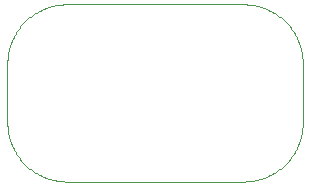
<source format=gbp>
G04 EAGLE Gerber RS-274X export*
G75*
%MOMM*%
%FSLAX35Y35*%
%LPD*%
%INsolder_paste_bottom*%
%IPPOS*%
%AMOC8*
5,1,8,0,0,1.08239X$1,22.5*%
G01*
%ADD10C,0.000000*%


D10*
X-750000Y700000D02*
X750000Y700000D01*
X762082Y699854D01*
X774157Y699416D01*
X786217Y698687D01*
X798257Y697666D01*
X810268Y696354D01*
X822245Y694753D01*
X834179Y692863D01*
X846063Y690685D01*
X857892Y688221D01*
X869658Y685471D01*
X881354Y682438D01*
X892973Y679123D01*
X904508Y675528D01*
X915954Y671656D01*
X927302Y667508D01*
X938547Y663087D01*
X949682Y658396D01*
X960701Y653437D01*
X971596Y648213D01*
X982362Y642728D01*
X992992Y636984D01*
X1003480Y630985D01*
X1013820Y624734D01*
X1024006Y618235D01*
X1034032Y611492D01*
X1043893Y604508D01*
X1053581Y597289D01*
X1063093Y589837D01*
X1072421Y582158D01*
X1081561Y574255D01*
X1090508Y566134D01*
X1099256Y557799D01*
X1107799Y549256D01*
X1116134Y540508D01*
X1124255Y531561D01*
X1132158Y522421D01*
X1139837Y513093D01*
X1147289Y503581D01*
X1154508Y493893D01*
X1161492Y484032D01*
X1168235Y474006D01*
X1174734Y463820D01*
X1180985Y453480D01*
X1186984Y442992D01*
X1192728Y432362D01*
X1198213Y421596D01*
X1203437Y410701D01*
X1208396Y399682D01*
X1213087Y388547D01*
X1217508Y377302D01*
X1221656Y365954D01*
X1225528Y354508D01*
X1229123Y342973D01*
X1232438Y331354D01*
X1235471Y319658D01*
X1238221Y307892D01*
X1240685Y296063D01*
X1242863Y284179D01*
X1244753Y272245D01*
X1246354Y260268D01*
X1247666Y248257D01*
X1248687Y236217D01*
X1249416Y224157D01*
X1249854Y212082D01*
X1250000Y200000D01*
X1250000Y-300000D01*
X1249854Y-312082D01*
X1249416Y-324157D01*
X1248687Y-336217D01*
X1247666Y-348257D01*
X1246354Y-360268D01*
X1244753Y-372245D01*
X1242863Y-384179D01*
X1240685Y-396063D01*
X1238221Y-407892D01*
X1235471Y-419658D01*
X1232438Y-431354D01*
X1229123Y-442973D01*
X1225528Y-454508D01*
X1221656Y-465954D01*
X1217508Y-477302D01*
X1213087Y-488547D01*
X1208396Y-499682D01*
X1203437Y-510701D01*
X1198213Y-521596D01*
X1192728Y-532362D01*
X1186984Y-542992D01*
X1180985Y-553480D01*
X1174734Y-563820D01*
X1168235Y-574006D01*
X1161492Y-584032D01*
X1154508Y-593893D01*
X1147289Y-603581D01*
X1139837Y-613093D01*
X1132158Y-622421D01*
X1124255Y-631561D01*
X1116134Y-640508D01*
X1107799Y-649256D01*
X1099256Y-657799D01*
X1090508Y-666134D01*
X1081561Y-674255D01*
X1072421Y-682158D01*
X1063093Y-689837D01*
X1053581Y-697289D01*
X1043893Y-704508D01*
X1034032Y-711492D01*
X1024006Y-718235D01*
X1013820Y-724734D01*
X1003480Y-730985D01*
X992992Y-736984D01*
X982362Y-742728D01*
X971596Y-748213D01*
X960701Y-753437D01*
X949682Y-758396D01*
X938547Y-763087D01*
X927302Y-767508D01*
X915954Y-771656D01*
X904508Y-775528D01*
X892973Y-779123D01*
X881354Y-782438D01*
X869658Y-785471D01*
X857892Y-788221D01*
X846063Y-790685D01*
X834179Y-792863D01*
X822245Y-794753D01*
X810268Y-796354D01*
X798257Y-797666D01*
X786217Y-798687D01*
X774157Y-799416D01*
X762082Y-799854D01*
X750000Y-800000D01*
X-750000Y-800000D01*
X-762082Y-799854D01*
X-774157Y-799416D01*
X-786217Y-798687D01*
X-798257Y-797666D01*
X-810268Y-796354D01*
X-822245Y-794753D01*
X-834179Y-792863D01*
X-846063Y-790685D01*
X-857892Y-788221D01*
X-869658Y-785471D01*
X-881354Y-782438D01*
X-892973Y-779123D01*
X-904508Y-775528D01*
X-915954Y-771656D01*
X-927302Y-767508D01*
X-938547Y-763087D01*
X-949682Y-758396D01*
X-960701Y-753437D01*
X-971596Y-748213D01*
X-982362Y-742728D01*
X-992992Y-736984D01*
X-1003480Y-730985D01*
X-1013820Y-724734D01*
X-1024006Y-718235D01*
X-1034032Y-711492D01*
X-1043893Y-704508D01*
X-1053581Y-697289D01*
X-1063093Y-689837D01*
X-1072421Y-682158D01*
X-1081561Y-674255D01*
X-1090508Y-666134D01*
X-1099256Y-657799D01*
X-1107799Y-649256D01*
X-1116134Y-640508D01*
X-1124255Y-631561D01*
X-1132158Y-622421D01*
X-1139837Y-613093D01*
X-1147289Y-603581D01*
X-1154508Y-593893D01*
X-1161492Y-584032D01*
X-1168235Y-574006D01*
X-1174734Y-563820D01*
X-1180985Y-553480D01*
X-1186984Y-542992D01*
X-1192728Y-532362D01*
X-1198213Y-521596D01*
X-1203437Y-510701D01*
X-1208396Y-499682D01*
X-1213087Y-488547D01*
X-1217508Y-477302D01*
X-1221656Y-465954D01*
X-1225528Y-454508D01*
X-1229123Y-442973D01*
X-1232438Y-431354D01*
X-1235471Y-419658D01*
X-1238221Y-407892D01*
X-1240685Y-396063D01*
X-1242863Y-384179D01*
X-1244753Y-372245D01*
X-1246354Y-360268D01*
X-1247666Y-348257D01*
X-1248687Y-336217D01*
X-1249416Y-324157D01*
X-1249854Y-312082D01*
X-1250000Y-300000D01*
X-1250000Y200000D01*
X-1249854Y212082D01*
X-1249416Y224157D01*
X-1248687Y236217D01*
X-1247666Y248257D01*
X-1246354Y260268D01*
X-1244753Y272245D01*
X-1242863Y284179D01*
X-1240685Y296063D01*
X-1238221Y307892D01*
X-1235471Y319658D01*
X-1232438Y331354D01*
X-1229123Y342973D01*
X-1225528Y354508D01*
X-1221656Y365954D01*
X-1217508Y377302D01*
X-1213087Y388547D01*
X-1208396Y399682D01*
X-1203437Y410701D01*
X-1198213Y421596D01*
X-1192728Y432362D01*
X-1186984Y442992D01*
X-1180985Y453480D01*
X-1174734Y463820D01*
X-1168235Y474006D01*
X-1161492Y484032D01*
X-1154508Y493893D01*
X-1147289Y503581D01*
X-1139837Y513093D01*
X-1132158Y522421D01*
X-1124255Y531561D01*
X-1116134Y540508D01*
X-1107799Y549256D01*
X-1099256Y557799D01*
X-1090508Y566134D01*
X-1081561Y574255D01*
X-1072421Y582158D01*
X-1063093Y589837D01*
X-1053581Y597289D01*
X-1043893Y604508D01*
X-1034032Y611492D01*
X-1024006Y618235D01*
X-1013820Y624734D01*
X-1003480Y630985D01*
X-992992Y636984D01*
X-982362Y642728D01*
X-971596Y648213D01*
X-960701Y653437D01*
X-949682Y658396D01*
X-938547Y663087D01*
X-927302Y667508D01*
X-915954Y671656D01*
X-904508Y675528D01*
X-892973Y679123D01*
X-881354Y682438D01*
X-869658Y685471D01*
X-857892Y688221D01*
X-846063Y690685D01*
X-834179Y692863D01*
X-822245Y694753D01*
X-810268Y696354D01*
X-798257Y697666D01*
X-786217Y698687D01*
X-774157Y699416D01*
X-762082Y699854D01*
X-750000Y700000D01*
M02*

</source>
